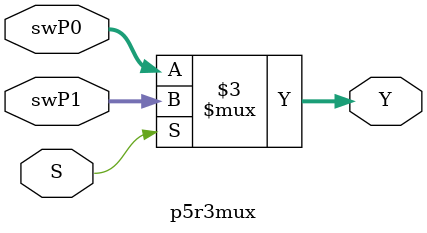
<source format=v>
`timescale 1ns / 1ps


module p5r3mux(
    input S,
    input [3:0] swP0,
    input [7:4] swP1,
    output reg [3:0] Y
    );
    
    always @ (S,swP0,swP1)
    begin
        case (S)
            1'd1:
                Y = swP1;
            default: 
                Y = swP0;
        endcase
   end
    
endmodule

</source>
